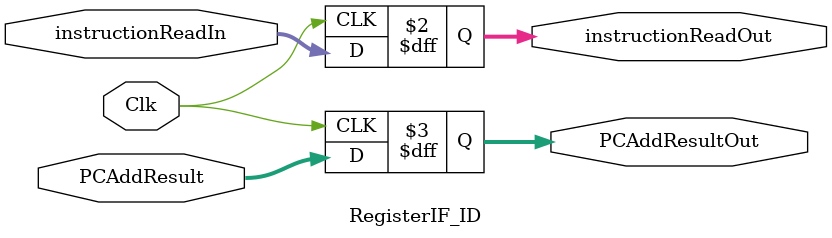
<source format=v>
`timescale 1ns / 1ps



module RegisterIF_ID(PCAddResult,instructionReadIn,PCAddResultOut,instructionReadOut,Clk);
input Clk;
input [31:0]  PCAddResult;
  input [31:0] instructionReadIn;
  output [31:0]instructionReadOut;
  output [31:0] PCAddResultOut;

    always @(posedge Clk) begin
    
  instructionReadOut <= instructionReadIn;
  PCAddResultOut <= PCAddResult;
    end


    endmodule
      

</source>
